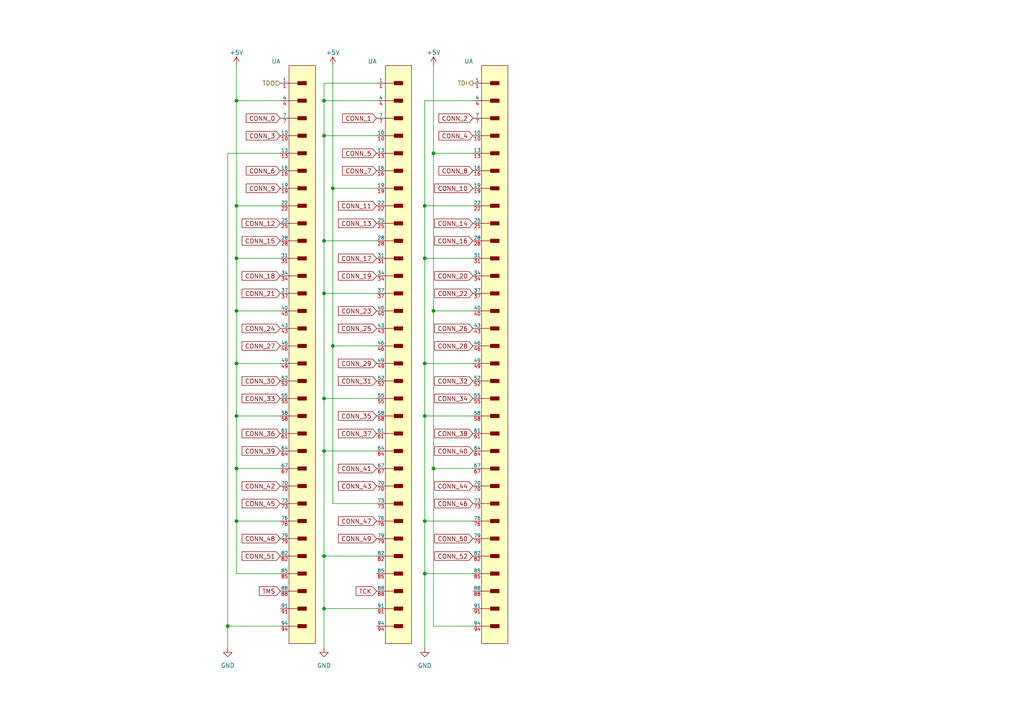
<source format=kicad_sch>
(kicad_sch (version 20220404) (generator eeschema)
  (paper "A4")
  (lib_symbols
    (symbol "09032967825:09032967825" (pin_names (offset 0))
      (property "Reference" "J" (at 0 7.62 0))
      (property "Value" "09032967825" (at 0 10.16 0))
      (symbol "09032967825_1_1"
        (rectangle (start -12.7 5.08) (end -5.08 -162.56) (fill (type background)))
        (rectangle (start -10.16 -156.972) (end -7.62 -157.988) (fill (type outline)))
        (rectangle (start -10.16 -151.892) (end -7.62 -152.908) (fill (type outline)))
        (rectangle (start -10.16 -146.812) (end -7.62 -147.828) (fill (type outline)))
        (rectangle (start -10.16 -141.732) (end -7.62 -142.748) (fill (type outline)))
        (rectangle (start -10.16 -136.652) (end -7.62 -137.668) (fill (type outline)))
        (rectangle (start -10.16 -131.572) (end -7.62 -132.588) (fill (type outline)))
        (rectangle (start -10.16 -126.492) (end -7.62 -127.508) (fill (type outline)))
        (rectangle (start -10.16 -121.412) (end -7.62 -122.428) (fill (type outline)))
        (rectangle (start -10.16 -116.332) (end -7.62 -117.348) (fill (type outline)))
        (rectangle (start -10.16 -111.252) (end -7.62 -112.268) (fill (type outline)))
        (rectangle (start -10.16 -106.172) (end -7.62 -107.188) (fill (type outline)))
        (rectangle (start -10.16 -101.092) (end -7.62 -102.108) (fill (type outline)))
        (rectangle (start -10.16 -96.012) (end -7.62 -97.028) (fill (type outline)))
        (rectangle (start -10.16 -90.932) (end -7.62 -91.948) (fill (type outline)))
        (rectangle (start -10.16 -85.852) (end -7.62 -86.868) (fill (type outline)))
        (rectangle (start -10.16 -80.772) (end -7.62 -81.788) (fill (type outline)))
        (rectangle (start -10.16 -75.692) (end -7.62 -76.708) (fill (type outline)))
        (rectangle (start -10.16 -70.612) (end -7.62 -71.628) (fill (type outline)))
        (rectangle (start -10.16 -65.532) (end -7.62 -66.548) (fill (type outline)))
        (rectangle (start -10.16 -60.452) (end -7.62 -61.468) (fill (type outline)))
        (rectangle (start -10.16 -55.372) (end -7.62 -56.388) (fill (type outline)))
        (rectangle (start -10.16 -50.292) (end -7.62 -51.308) (fill (type outline)))
        (rectangle (start -10.16 -45.212) (end -7.62 -46.228) (fill (type outline)))
        (rectangle (start -10.16 -40.132) (end -7.62 -41.148) (fill (type outline)))
        (rectangle (start -10.16 -35.052) (end -7.62 -36.068) (fill (type outline)))
        (rectangle (start -10.16 -29.972) (end -7.62 -30.988) (fill (type outline)))
        (rectangle (start -10.16 -24.892) (end -7.62 -25.908) (fill (type outline)))
        (rectangle (start -10.16 -19.812) (end -7.62 -20.828) (fill (type outline)))
        (rectangle (start -10.16 -14.732) (end -7.62 -15.748) (fill (type outline)))
        (rectangle (start -10.16 -9.652) (end -7.62 -10.668) (fill (type outline)))
        (rectangle (start -10.16 -4.572) (end -7.62 -5.588) (fill (type outline)))
        (rectangle (start -10.16 0.508) (end -7.62 -0.508) (fill (type outline)))
        (polyline (pts (xy -8.128 -157.48) (xy -5.08 -157.48)))
        (polyline (pts (xy -8.128 -152.4) (xy -5.08 -152.4)))
        (polyline (pts (xy -8.128 -147.32) (xy -5.08 -147.32)))
        (polyline (pts (xy -8.128 -142.24) (xy -5.08 -142.24)))
        (polyline (pts (xy -8.128 -137.16) (xy -5.08 -137.16)))
        (polyline (pts (xy -8.128 -132.08) (xy -5.08 -132.08)))
        (polyline (pts (xy -8.128 -127) (xy -5.08 -127)))
        (polyline (pts (xy -8.128 -121.92) (xy -5.08 -121.92)))
        (polyline (pts (xy -8.128 -116.84) (xy -5.08 -116.84)))
        (polyline (pts (xy -8.128 -111.76) (xy -5.08 -111.76)))
        (polyline (pts (xy -8.128 -106.68) (xy -5.08 -106.68)))
        (polyline (pts (xy -8.128 -101.6) (xy -5.08 -101.6)))
        (polyline (pts (xy -8.128 -96.52) (xy -5.08 -96.52)))
        (polyline (pts (xy -8.128 -91.44) (xy -5.08 -91.44)))
        (polyline (pts (xy -8.128 -86.36) (xy -5.08 -86.36)))
        (polyline (pts (xy -8.128 -81.28) (xy -5.08 -81.28)))
        (polyline (pts (xy -8.128 -76.2) (xy -5.08 -76.2)))
        (polyline (pts (xy -8.128 -71.12) (xy -5.08 -71.12)))
        (polyline (pts (xy -8.128 -66.04) (xy -5.08 -66.04)))
        (polyline (pts (xy -8.128 -60.96) (xy -5.08 -60.96)))
        (polyline (pts (xy -8.128 -55.88) (xy -5.08 -55.88)))
        (polyline (pts (xy -8.128 -50.8) (xy -5.08 -50.8)))
        (polyline (pts (xy -8.128 -45.72) (xy -5.08 -45.72)))
        (polyline (pts (xy -8.128 -40.64) (xy -5.08 -40.64)))
        (polyline (pts (xy -8.128 -35.56) (xy -5.08 -35.56)))
        (polyline (pts (xy -8.128 -30.48) (xy -5.08 -30.48)))
        (polyline (pts (xy -8.128 -25.4) (xy -5.08 -25.4)))
        (polyline (pts (xy -8.128 -20.32) (xy -5.08 -20.32)))
        (polyline (pts (xy -8.128 -15.24) (xy -5.08 -15.24)))
        (polyline (pts (xy -8.128 -10.16) (xy -5.08 -10.16)))
        (polyline (pts (xy -8.128 -5.08) (xy -5.08 -5.08)))
        (polyline (pts (xy -8.128 0) (xy -5.08 0)))
        (pin passive line (at -2.54 0 180) (length 2.54) (name "1") (number "1"))
        (pin passive line (at -2.54 -15.24 180) (length 2.54) (name "10") (number "10"))
        (pin passive line (at -2.54 -20.32 180) (length 2.54) (name "13") (number "13"))
        (pin passive line (at -2.54 -25.4 180) (length 2.54) (name "16") (number "16"))
        (pin passive line (at -2.54 -30.48 180) (length 2.54) (name "19") (number "19"))
        (pin passive line (at -2.54 -35.56 180) (length 2.54) (name "22") (number "22"))
        (pin passive line (at -2.54 -40.64 180) (length 2.54) (name "25") (number "25"))
        (pin passive line (at -2.54 -45.72 180) (length 2.54) (name "28") (number "28"))
        (pin passive line (at -2.54 -50.8 180) (length 2.54) (name "31") (number "31"))
        (pin passive line (at -2.54 -55.88 180) (length 2.54) (name "34") (number "34"))
        (pin passive line (at -2.54 -60.96 180) (length 2.54) (name "37") (number "37"))
        (pin passive line (at -2.54 -5.08 180) (length 2.54) (name "4") (number "4"))
        (pin passive line (at -2.54 -66.04 180) (length 2.54) (name "40") (number "40"))
        (pin passive line (at -2.54 -71.12 180) (length 2.54) (name "43") (number "43"))
        (pin passive line (at -2.54 -76.2 180) (length 2.54) (name "46") (number "46"))
        (pin passive line (at -2.54 -81.28 180) (length 2.54) (name "49") (number "49"))
        (pin passive line (at -2.54 -86.36 180) (length 2.54) (name "52") (number "52"))
        (pin passive line (at -2.54 -91.44 180) (length 2.54) (name "55") (number "55"))
        (pin passive line (at -2.54 -96.52 180) (length 2.54) (name "58") (number "58"))
        (pin passive line (at -2.54 -101.6 180) (length 2.54) (name "61") (number "61"))
        (pin passive line (at -2.54 -106.68 180) (length 2.54) (name "64") (number "64"))
        (pin passive line (at -2.54 -111.76 180) (length 2.54) (name "67") (number "67"))
        (pin passive line (at -2.54 -10.16 180) (length 2.54) (name "7") (number "7"))
        (pin passive line (at -2.54 -116.84 180) (length 2.54) (name "70") (number "70"))
        (pin passive line (at -2.54 -121.92 180) (length 2.54) (name "73") (number "73"))
        (pin passive line (at -2.54 -127 180) (length 2.54) (name "76") (number "76"))
        (pin passive line (at -2.54 -132.08 180) (length 2.54) (name "79") (number "79"))
        (pin passive line (at -2.54 -137.16 180) (length 2.54) (name "82") (number "82"))
        (pin passive line (at -2.54 -142.24 180) (length 2.54) (name "85") (number "85"))
        (pin passive line (at -2.54 -147.32 180) (length 2.54) (name "88") (number "88"))
        (pin passive line (at -2.54 -152.4 180) (length 2.54) (name "91") (number "91"))
        (pin passive line (at -2.54 -157.48 180) (length 2.54) (name "94") (number "94"))
      )
      (symbol "09032967825_2_1"
        (rectangle (start -12.7 5.08) (end -5.08 -162.56) (fill (type background)))
        (rectangle (start -10.16 -156.972) (end -7.62 -157.988) (fill (type outline)))
        (rectangle (start -10.16 -151.892) (end -7.62 -152.908) (fill (type outline)))
        (rectangle (start -10.16 -146.812) (end -7.62 -147.828) (fill (type outline)))
        (rectangle (start -10.16 -141.732) (end -7.62 -142.748) (fill (type outline)))
        (rectangle (start -10.16 -136.652) (end -7.62 -137.668) (fill (type outline)))
        (rectangle (start -10.16 -131.572) (end -7.62 -132.588) (fill (type outline)))
        (rectangle (start -10.16 -126.492) (end -7.62 -127.508) (fill (type outline)))
        (rectangle (start -10.16 -121.412) (end -7.62 -122.428) (fill (type outline)))
        (rectangle (start -10.16 -116.332) (end -7.62 -117.348) (fill (type outline)))
        (rectangle (start -10.16 -111.252) (end -7.62 -112.268) (fill (type outline)))
        (rectangle (start -10.16 -106.172) (end -7.62 -107.188) (fill (type outline)))
        (rectangle (start -10.16 -101.092) (end -7.62 -102.108) (fill (type outline)))
        (rectangle (start -10.16 -96.012) (end -7.62 -97.028) (fill (type outline)))
        (rectangle (start -10.16 -90.932) (end -7.62 -91.948) (fill (type outline)))
        (rectangle (start -10.16 -85.852) (end -7.62 -86.868) (fill (type outline)))
        (rectangle (start -10.16 -80.772) (end -7.62 -81.788) (fill (type outline)))
        (rectangle (start -10.16 -75.692) (end -7.62 -76.708) (fill (type outline)))
        (rectangle (start -10.16 -70.612) (end -7.62 -71.628) (fill (type outline)))
        (rectangle (start -10.16 -65.532) (end -7.62 -66.548) (fill (type outline)))
        (rectangle (start -10.16 -60.452) (end -7.62 -61.468) (fill (type outline)))
        (rectangle (start -10.16 -55.372) (end -7.62 -56.388) (fill (type outline)))
        (rectangle (start -10.16 -50.292) (end -7.62 -51.308) (fill (type outline)))
        (rectangle (start -10.16 -45.212) (end -7.62 -46.228) (fill (type outline)))
        (rectangle (start -10.16 -40.132) (end -7.62 -41.148) (fill (type outline)))
        (rectangle (start -10.16 -35.052) (end -7.62 -36.068) (fill (type outline)))
        (rectangle (start -10.16 -29.972) (end -7.62 -30.988) (fill (type outline)))
        (rectangle (start -10.16 -24.892) (end -7.62 -25.908) (fill (type outline)))
        (rectangle (start -10.16 -19.812) (end -7.62 -20.828) (fill (type outline)))
        (rectangle (start -10.16 -14.732) (end -7.62 -15.748) (fill (type outline)))
        (rectangle (start -10.16 -9.652) (end -7.62 -10.668) (fill (type outline)))
        (rectangle (start -10.16 -4.572) (end -7.62 -5.588) (fill (type outline)))
        (rectangle (start -10.16 0.508) (end -7.62 -0.508) (fill (type outline)))
        (polyline (pts (xy -8.128 -157.48) (xy -5.08 -157.48)))
        (polyline (pts (xy -8.128 -152.4) (xy -5.08 -152.4)))
        (polyline (pts (xy -8.128 -147.32) (xy -5.08 -147.32)))
        (polyline (pts (xy -8.128 -142.24) (xy -5.08 -142.24)))
        (polyline (pts (xy -8.128 -137.16) (xy -5.08 -137.16)))
        (polyline (pts (xy -8.128 -132.08) (xy -5.08 -132.08)))
        (polyline (pts (xy -8.128 -127) (xy -5.08 -127)))
        (polyline (pts (xy -8.128 -121.92) (xy -5.08 -121.92)))
        (polyline (pts (xy -8.128 -116.84) (xy -5.08 -116.84)))
        (polyline (pts (xy -8.128 -111.76) (xy -5.08 -111.76)))
        (polyline (pts (xy -8.128 -106.68) (xy -5.08 -106.68)))
        (polyline (pts (xy -8.128 -101.6) (xy -5.08 -101.6)))
        (polyline (pts (xy -8.128 -96.52) (xy -5.08 -96.52)))
        (polyline (pts (xy -8.128 -91.44) (xy -5.08 -91.44)))
        (polyline (pts (xy -8.128 -86.36) (xy -5.08 -86.36)))
        (polyline (pts (xy -8.128 -81.28) (xy -5.08 -81.28)))
        (polyline (pts (xy -8.128 -76.2) (xy -5.08 -76.2)))
        (polyline (pts (xy -8.128 -71.12) (xy -5.08 -71.12)))
        (polyline (pts (xy -8.128 -66.04) (xy -5.08 -66.04)))
        (polyline (pts (xy -8.128 -60.96) (xy -5.08 -60.96)))
        (polyline (pts (xy -8.128 -55.88) (xy -5.08 -55.88)))
        (polyline (pts (xy -8.128 -50.8) (xy -5.08 -50.8)))
        (polyline (pts (xy -8.128 -45.72) (xy -5.08 -45.72)))
        (polyline (pts (xy -8.128 -40.64) (xy -5.08 -40.64)))
        (polyline (pts (xy -8.128 -35.56) (xy -5.08 -35.56)))
        (polyline (pts (xy -8.128 -30.48) (xy -5.08 -30.48)))
        (polyline (pts (xy -8.128 -25.4) (xy -5.08 -25.4)))
        (polyline (pts (xy -8.128 -20.32) (xy -5.08 -20.32)))
        (polyline (pts (xy -8.128 -15.24) (xy -5.08 -15.24)))
        (polyline (pts (xy -8.128 -10.16) (xy -5.08 -10.16)))
        (polyline (pts (xy -8.128 -5.08) (xy -5.08 -5.08)))
        (polyline (pts (xy -8.128 0) (xy -5.08 0)))
        (pin passive line (at -2.54 -15.24 180) (length 2.54) (name "11") (number "11"))
        (pin passive line (at -2.54 -20.32 180) (length 2.54) (name "14") (number "14"))
        (pin passive line (at -2.54 -25.4 180) (length 2.54) (name "17") (number "17"))
        (pin passive line (at -2.54 0 180) (length 2.54) (name "2") (number "2"))
        (pin passive line (at -2.54 -30.48 180) (length 2.54) (name "20") (number "20"))
        (pin passive line (at -2.54 -35.56 180) (length 2.54) (name "23") (number "23"))
        (pin passive line (at -2.54 -40.64 180) (length 2.54) (name "26") (number "26"))
        (pin passive line (at -2.54 -45.72 180) (length 2.54) (name "29") (number "29"))
        (pin passive line (at -2.54 -50.8 180) (length 2.54) (name "32") (number "32"))
        (pin passive line (at -2.54 -55.88 180) (length 2.54) (name "35") (number "35"))
        (pin passive line (at -2.54 -60.96 180) (length 2.54) (name "38") (number "38"))
        (pin passive line (at -2.54 -66.04 180) (length 2.54) (name "41") (number "41"))
        (pin passive line (at -2.54 -71.12 180) (length 2.54) (name "44") (number "44"))
        (pin passive line (at -2.54 -76.2 180) (length 2.54) (name "47") (number "47"))
        (pin passive line (at -2.54 -5.08 180) (length 2.54) (name "5") (number "5"))
        (pin passive line (at -2.54 -81.28 180) (length 2.54) (name "50") (number "50"))
        (pin passive line (at -2.54 -86.36 180) (length 2.54) (name "53") (number "53"))
        (pin passive line (at -2.54 -91.44 180) (length 2.54) (name "56") (number "56"))
        (pin passive line (at -2.54 -96.52 180) (length 2.54) (name "59") (number "59"))
        (pin passive line (at -2.54 -101.6 180) (length 2.54) (name "62") (number "62"))
        (pin passive line (at -2.54 -106.68 180) (length 2.54) (name "65") (number "65"))
        (pin passive line (at -2.54 -111.76 180) (length 2.54) (name "68") (number "68"))
        (pin passive line (at -2.54 -116.84 180) (length 2.54) (name "71") (number "71"))
        (pin passive line (at -2.54 -121.92 180) (length 2.54) (name "74") (number "74"))
        (pin passive line (at -2.54 -127 180) (length 2.54) (name "77") (number "77"))
        (pin passive line (at -2.54 -10.16 180) (length 2.54) (name "8") (number "8"))
        (pin passive line (at -2.54 -132.08 180) (length 2.54) (name "80") (number "80"))
        (pin passive line (at -2.54 -137.16 180) (length 2.54) (name "83") (number "83"))
        (pin passive line (at -2.54 -142.24 180) (length 2.54) (name "86") (number "86"))
        (pin passive line (at -2.54 -147.32 180) (length 2.54) (name "89") (number "89"))
        (pin passive line (at -2.54 -152.4 180) (length 2.54) (name "92") (number "92"))
        (pin passive line (at -2.54 -157.48 180) (length 2.54) (name "95") (number "95"))
      )
      (symbol "09032967825_3_1"
        (rectangle (start -12.7 5.08) (end -5.08 -162.56) (fill (type background)))
        (rectangle (start -10.16 -156.972) (end -7.62 -157.988) (fill (type outline)))
        (rectangle (start -10.16 -151.892) (end -7.62 -152.908) (fill (type outline)))
        (rectangle (start -10.16 -146.812) (end -7.62 -147.828) (fill (type outline)))
        (rectangle (start -10.16 -141.732) (end -7.62 -142.748) (fill (type outline)))
        (rectangle (start -10.16 -136.652) (end -7.62 -137.668) (fill (type outline)))
        (rectangle (start -10.16 -131.572) (end -7.62 -132.588) (fill (type outline)))
        (rectangle (start -10.16 -126.492) (end -7.62 -127.508) (fill (type outline)))
        (rectangle (start -10.16 -121.412) (end -7.62 -122.428) (fill (type outline)))
        (rectangle (start -10.16 -116.332) (end -7.62 -117.348) (fill (type outline)))
        (rectangle (start -10.16 -111.252) (end -7.62 -112.268) (fill (type outline)))
        (rectangle (start -10.16 -106.172) (end -7.62 -107.188) (fill (type outline)))
        (rectangle (start -10.16 -101.092) (end -7.62 -102.108) (fill (type outline)))
        (rectangle (start -10.16 -96.012) (end -7.62 -97.028) (fill (type outline)))
        (rectangle (start -10.16 -90.932) (end -7.62 -91.948) (fill (type outline)))
        (rectangle (start -10.16 -85.852) (end -7.62 -86.868) (fill (type outline)))
        (rectangle (start -10.16 -80.772) (end -7.62 -81.788) (fill (type outline)))
        (rectangle (start -10.16 -75.692) (end -7.62 -76.708) (fill (type outline)))
        (rectangle (start -10.16 -70.612) (end -7.62 -71.628) (fill (type outline)))
        (rectangle (start -10.16 -65.532) (end -7.62 -66.548) (fill (type outline)))
        (rectangle (start -10.16 -60.452) (end -7.62 -61.468) (fill (type outline)))
        (rectangle (start -10.16 -55.372) (end -7.62 -56.388) (fill (type outline)))
        (rectangle (start -10.16 -50.292) (end -7.62 -51.308) (fill (type outline)))
        (rectangle (start -10.16 -45.212) (end -7.62 -46.228) (fill (type outline)))
        (rectangle (start -10.16 -40.132) (end -7.62 -41.148) (fill (type outline)))
        (rectangle (start -10.16 -35.052) (end -7.62 -36.068) (fill (type outline)))
        (rectangle (start -10.16 -29.972) (end -7.62 -30.988) (fill (type outline)))
        (rectangle (start -10.16 -24.892) (end -7.62 -25.908) (fill (type outline)))
        (rectangle (start -10.16 -19.812) (end -7.62 -20.828) (fill (type outline)))
        (rectangle (start -10.16 -14.732) (end -7.62 -15.748) (fill (type outline)))
        (rectangle (start -10.16 -9.652) (end -7.62 -10.668) (fill (type outline)))
        (rectangle (start -10.16 -4.572) (end -7.62 -5.588) (fill (type outline)))
        (rectangle (start -10.16 0.508) (end -7.62 -0.508) (fill (type outline)))
        (polyline (pts (xy -8.128 -157.48) (xy -5.08 -157.48)))
        (polyline (pts (xy -8.128 -152.4) (xy -5.08 -152.4)))
        (polyline (pts (xy -8.128 -147.32) (xy -5.08 -147.32)))
        (polyline (pts (xy -8.128 -142.24) (xy -5.08 -142.24)))
        (polyline (pts (xy -8.128 -137.16) (xy -5.08 -137.16)))
        (polyline (pts (xy -8.128 -132.08) (xy -5.08 -132.08)))
        (polyline (pts (xy -8.128 -127) (xy -5.08 -127)))
        (polyline (pts (xy -8.128 -121.92) (xy -5.08 -121.92)))
        (polyline (pts (xy -8.128 -116.84) (xy -5.08 -116.84)))
        (polyline (pts (xy -8.128 -111.76) (xy -5.08 -111.76)))
        (polyline (pts (xy -8.128 -106.68) (xy -5.08 -106.68)))
        (polyline (pts (xy -8.128 -101.6) (xy -5.08 -101.6)))
        (polyline (pts (xy -8.128 -96.52) (xy -5.08 -96.52)))
        (polyline (pts (xy -8.128 -91.44) (xy -5.08 -91.44)))
        (polyline (pts (xy -8.128 -86.36) (xy -5.08 -86.36)))
        (polyline (pts (xy -8.128 -81.28) (xy -5.08 -81.28)))
        (polyline (pts (xy -8.128 -76.2) (xy -5.08 -76.2)))
        (polyline (pts (xy -8.128 -71.12) (xy -5.08 -71.12)))
        (polyline (pts (xy -8.128 -66.04) (xy -5.08 -66.04)))
        (polyline (pts (xy -8.128 -60.96) (xy -5.08 -60.96)))
        (polyline (pts (xy -8.128 -55.88) (xy -5.08 -55.88)))
        (polyline (pts (xy -8.128 -50.8) (xy -5.08 -50.8)))
        (polyline (pts (xy -8.128 -45.72) (xy -5.08 -45.72)))
        (polyline (pts (xy -8.128 -40.64) (xy -5.08 -40.64)))
        (polyline (pts (xy -8.128 -35.56) (xy -5.08 -35.56)))
        (polyline (pts (xy -8.128 -30.48) (xy -5.08 -30.48)))
        (polyline (pts (xy -8.128 -25.4) (xy -5.08 -25.4)))
        (polyline (pts (xy -8.128 -20.32) (xy -5.08 -20.32)))
        (polyline (pts (xy -8.128 -15.24) (xy -5.08 -15.24)))
        (polyline (pts (xy -8.128 -10.16) (xy -5.08 -10.16)))
        (polyline (pts (xy -8.128 -5.08) (xy -5.08 -5.08)))
        (polyline (pts (xy -8.128 0) (xy -5.08 0)))
        (pin passive line (at -2.54 -15.24 180) (length 2.54) (name "12") (number "12"))
        (pin passive line (at -2.54 -20.32 180) (length 2.54) (name "15") (number "15"))
        (pin passive line (at -2.54 -25.4 180) (length 2.54) (name "18") (number "18"))
        (pin passive line (at -2.54 -30.48 180) (length 2.54) (name "21") (number "21"))
        (pin passive line (at -2.54 -35.56 180) (length 2.54) (name "24") (number "24"))
        (pin passive line (at -2.54 -40.64 180) (length 2.54) (name "27") (number "27"))
        (pin passive line (at -2.54 0 180) (length 2.54) (name "3") (number "3"))
        (pin passive line (at -2.54 -45.72 180) (length 2.54) (name "30") (number "30"))
        (pin passive line (at -2.54 -50.8 180) (length 2.54) (name "33") (number "33"))
        (pin passive line (at -2.54 -55.88 180) (length 2.54) (name "36") (number "36"))
        (pin passive line (at -2.54 -60.96 180) (length 2.54) (name "39") (number "39"))
        (pin passive line (at -2.54 -66.04 180) (length 2.54) (name "42") (number "42"))
        (pin passive line (at -2.54 -71.12 180) (length 2.54) (name "45") (number "45"))
        (pin passive line (at -2.54 -76.2 180) (length 2.54) (name "48") (number "48"))
        (pin passive line (at -2.54 -81.28 180) (length 2.54) (name "51") (number "51"))
        (pin passive line (at -2.54 -86.36 180) (length 2.54) (name "54") (number "54"))
        (pin passive line (at -2.54 -91.44 180) (length 2.54) (name "57") (number "57"))
        (pin passive line (at -2.54 -5.08 180) (length 2.54) (name "6") (number "6"))
        (pin passive line (at -2.54 -96.52 180) (length 2.54) (name "60") (number "60"))
        (pin passive line (at -2.54 -101.6 180) (length 2.54) (name "63") (number "63"))
        (pin passive line (at -2.54 -106.68 180) (length 2.54) (name "66") (number "66"))
        (pin passive line (at -2.54 -111.76 180) (length 2.54) (name "69") (number "69"))
        (pin passive line (at -2.54 -116.84 180) (length 2.54) (name "72") (number "72"))
        (pin passive line (at -2.54 -121.92 180) (length 2.54) (name "75") (number "75"))
        (pin passive line (at -2.54 -127 180) (length 2.54) (name "78") (number "78"))
        (pin passive line (at -2.54 -132.08 180) (length 2.54) (name "81") (number "81"))
        (pin passive line (at -2.54 -137.16 180) (length 2.54) (name "84") (number "84"))
        (pin passive line (at -2.54 -142.24 180) (length 2.54) (name "87") (number "87"))
        (pin passive line (at -2.54 -10.16 180) (length 2.54) (name "9") (number "9"))
        (pin passive line (at -2.54 -147.32 180) (length 2.54) (name "90") (number "90"))
        (pin passive line (at -2.54 -152.4 180) (length 2.54) (name "93") (number "93"))
        (pin passive line (at -2.54 -157.48 180) (length 2.54) (name "96") (number "96"))
      )
    )
    (symbol "power:+5V" (power) (pin_names (offset 0))
      (property "Value" "+5V" (at 0 3.556 0))
      (symbol "+5V_0_1"
        (polyline (pts (xy -0.762 1.27) (xy 0 2.54)))
        (polyline (pts (xy 0 0) (xy 0 2.54)))
        (polyline (pts (xy 0 2.54) (xy 0.762 1.27)))
      )
      (symbol "+5V_1_1"
        (pin power_in line (at 0 0 90) (length 0) hide (name "+5V") (number "1"))
      )
    )
    (symbol "power:GND" (power) (pin_names (offset 0))
      (property "Value" "GND" (at 0 -3.81 0))
      (symbol "GND_0_1"
        (polyline (pts (xy 0 0) (xy 0 -1.27) (xy 1.27 -1.27) (xy 0 -2.54) (xy -1.27 -1.27) (xy 0 -1.27)))
      )
      (symbol "GND_1_1"
        (pin power_in line (at 0 0 270) (length 0) hide (name "GND") (number "1"))
      )
    )
  )
  (junction (at 68.58 105.41))
  (junction (at 123.19 166.37))
  (junction (at 68.58 135.89))
  (junction (at 125.73 44.45))
  (junction (at 96.52 100.33))
  (junction (at 68.58 29.21))
  (junction (at 93.98 176.53))
  (junction (at 68.58 90.17))
  (junction (at 68.58 74.93))
  (junction (at 123.19 59.69))
  (junction (at 68.58 59.69))
  (junction (at 66.04 181.61))
  (junction (at 93.98 130.81))
  (junction (at 123.19 120.65))
  (junction (at 93.98 161.29))
  (junction (at 123.19 151.13))
  (junction (at 68.58 151.13))
  (junction (at 93.98 39.37))
  (junction (at 93.98 85.09))
  (junction (at 93.98 115.57))
  (junction (at 68.58 120.65))
  (junction (at 123.19 105.41))
  (junction (at 93.98 69.85))
  (junction (at 93.98 29.21))
  (junction (at 125.73 135.89))
  (junction (at 123.19 74.93))
  (junction (at 125.73 90.17))
  (junction (at 96.52 54.61))
  (wire (pts (xy 93.98 29.21) (xy 109.22 29.21)))
  (wire (pts (xy 68.58 29.21) (xy 81.28 29.21)))
  (wire (pts (xy 66.04 187.96) (xy 66.04 181.61)))
  (wire (pts (xy 68.58 120.65) (xy 81.28 120.65)))
  (wire (pts (xy 125.73 19.05) (xy 125.73 44.45)))
  (wire (pts (xy 93.98 39.37) (xy 109.22 39.37)))
  (wire (pts (xy 123.19 151.13) (xy 123.19 120.65)))
  (wire (pts (xy 93.98 69.85) (xy 109.22 69.85)))
  (wire (pts (xy 93.98 85.09) (xy 93.98 69.85)))
  (wire (pts (xy 66.04 44.45) (xy 66.04 181.61)))
  (wire (pts (xy 66.04 44.45) (xy 81.28 44.45)))
  (wire (pts (xy 123.19 120.65) (xy 137.16 120.65)))
  (wire (pts (xy 123.19 29.21) (xy 137.16 29.21)))
  (wire (pts (xy 93.98 29.21) (xy 93.98 24.13)))
  (wire (pts (xy 123.19 166.37) (xy 137.16 166.37)))
  (wire (pts (xy 123.19 74.93) (xy 123.19 59.69)))
  (wire (pts (xy 123.19 59.69) (xy 137.16 59.69)))
  (wire (pts (xy 68.58 151.13) (xy 68.58 166.37)))
  (wire (pts (xy 93.98 176.53) (xy 93.98 161.29)))
  (wire (pts (xy 125.73 44.45) (xy 125.73 90.17)))
  (wire (pts (xy 123.19 74.93) (xy 137.16 74.93)))
  (wire (pts (xy 68.58 151.13) (xy 81.28 151.13)))
  (wire (pts (xy 68.58 90.17) (xy 68.58 105.41)))
  (wire (pts (xy 96.52 100.33) (xy 109.22 100.33)))
  (wire (pts (xy 93.98 85.09) (xy 109.22 85.09)))
  (wire (pts (xy 93.98 161.29) (xy 109.22 161.29)))
  (wire (pts (xy 93.98 130.81) (xy 109.22 130.81)))
  (wire (pts (xy 123.19 105.41) (xy 137.16 105.41)))
  (wire (pts (xy 66.04 181.61) (xy 81.28 181.61)))
  (wire (pts (xy 93.98 24.13) (xy 109.22 24.13)))
  (wire (pts (xy 68.58 74.93) (xy 68.58 90.17)))
  (wire (pts (xy 125.73 135.89) (xy 137.16 135.89)))
  (wire (pts (xy 93.98 115.57) (xy 109.22 115.57)))
  (wire (pts (xy 96.52 146.05) (xy 109.22 146.05)))
  (wire (pts (xy 93.98 39.37) (xy 93.98 29.21)))
  (wire (pts (xy 125.73 44.45) (xy 137.16 44.45)))
  (wire (pts (xy 123.19 187.96) (xy 123.19 166.37)))
  (wire (pts (xy 68.58 29.21) (xy 68.58 59.69)))
  (wire (pts (xy 93.98 130.81) (xy 93.98 115.57)))
  (wire (pts (xy 123.19 59.69) (xy 123.19 29.21)))
  (wire (pts (xy 68.58 59.69) (xy 68.58 74.93)))
  (wire (pts (xy 68.58 166.37) (xy 81.28 166.37)))
  (wire (pts (xy 125.73 90.17) (xy 125.73 135.89)))
  (wire (pts (xy 96.52 54.61) (xy 109.22 54.61)))
  (wire (pts (xy 68.58 105.41) (xy 81.28 105.41)))
  (wire (pts (xy 123.19 120.65) (xy 123.19 105.41)))
  (wire (pts (xy 68.58 105.41) (xy 68.58 120.65)))
  (wire (pts (xy 68.58 90.17) (xy 81.28 90.17)))
  (wire (pts (xy 68.58 120.65) (xy 68.58 135.89)))
  (wire (pts (xy 96.52 19.05) (xy 96.52 54.61)))
  (wire (pts (xy 93.98 161.29) (xy 93.98 130.81)))
  (wire (pts (xy 68.58 135.89) (xy 68.58 151.13)))
  (wire (pts (xy 68.58 74.93) (xy 81.28 74.93)))
  (wire (pts (xy 93.98 187.96) (xy 93.98 176.53)))
  (wire (pts (xy 93.98 176.53) (xy 109.22 176.53)))
  (wire (pts (xy 125.73 135.89) (xy 125.73 181.61)))
  (wire (pts (xy 93.98 69.85) (xy 93.98 39.37)))
  (wire (pts (xy 125.73 181.61) (xy 137.16 181.61)))
  (wire (pts (xy 68.58 19.05) (xy 68.58 29.21)))
  (wire (pts (xy 96.52 54.61) (xy 96.52 100.33)))
  (wire (pts (xy 123.19 105.41) (xy 123.19 74.93)))
  (wire (pts (xy 123.19 151.13) (xy 137.16 151.13)))
  (wire (pts (xy 68.58 135.89) (xy 81.28 135.89)))
  (wire (pts (xy 68.58 59.69) (xy 81.28 59.69)))
  (wire (pts (xy 123.19 166.37) (xy 123.19 151.13)))
  (wire (pts (xy 96.52 100.33) (xy 96.52 146.05)))
  (wire (pts (xy 93.98 115.57) (xy 93.98 85.09)))
  (wire (pts (xy 125.73 90.17) (xy 137.16 90.17)))
  (global_label "CONN_34" (shape input) (at 137.16 115.57 180) (property "Intersheetrefs" "${INTERSHEET_REFS}" (effects hide)))
  (global_label "CONN_40" (shape input) (at 137.16 130.81 180) (property "Intersheetrefs" "${INTERSHEET_REFS}" (effects hide)))
  (global_label "TCK" (shape input) (at 109.22 171.45 180) (property "Intersheetrefs" "${INTERSHEET_REFS}" (effects hide)))
  (global_label "CONN_15" (shape input) (at 81.28 69.85 180) (property "Intersheetrefs" "${INTERSHEET_REFS}" (effects hide)))
  (global_label "CONN_1" (shape input) (at 109.22 34.29 180) (property "Intersheetrefs" "${INTERSHEET_REFS}" (effects hide)))
  (global_label "CONN_33" (shape input) (at 81.28 115.57 180) (property "Intersheetrefs" "${INTERSHEET_REFS}" (effects hide)))
  (global_label "CONN_24" (shape input) (at 81.28 95.25 180) (property "Intersheetrefs" "${INTERSHEET_REFS}" (effects hide)))
  (global_label "CONN_13" (shape input) (at 109.22 64.77 180) (property "Intersheetrefs" "${INTERSHEET_REFS}" (effects hide)))
  (global_label "CONN_43" (shape input) (at 109.22 140.97 180) (property "Intersheetrefs" "${INTERSHEET_REFS}" (effects hide)))
  (global_label "CONN_47" (shape input) (at 109.22 151.13 180) (property "Intersheetrefs" "${INTERSHEET_REFS}" (effects hide)))
  (global_label "CONN_52" (shape input) (at 137.16 161.29 180) (property "Intersheetrefs" "${INTERSHEET_REFS}" (effects hide)))
  (global_label "CONN_44" (shape input) (at 137.16 140.97 180) (property "Intersheetrefs" "${INTERSHEET_REFS}" (effects hide)))
  (global_label "CONN_29" (shape input) (at 109.22 105.41 180) (property "Intersheetrefs" "${INTERSHEET_REFS}" (effects hide)))
  (global_label "CONN_30" (shape input) (at 81.28 110.49 180) (property "Intersheetrefs" "${INTERSHEET_REFS}" (effects hide)))
  (global_label "CONN_50" (shape input) (at 137.16 156.21 180) (property "Intersheetrefs" "${INTERSHEET_REFS}" (effects hide)))
  (global_label "CONN_25" (shape input) (at 109.22 95.25 180) (property "Intersheetrefs" "${INTERSHEET_REFS}" (effects hide)))
  (global_label "CONN_28" (shape input) (at 137.16 100.33 180) (property "Intersheetrefs" "${INTERSHEET_REFS}" (effects hide)))
  (global_label "CONN_7" (shape input) (at 109.22 49.53 180) (property "Intersheetrefs" "${INTERSHEET_REFS}" (effects hide)))
  (global_label "CONN_45" (shape input) (at 81.28 146.05 180) (property "Intersheetrefs" "${INTERSHEET_REFS}" (effects hide)))
  (global_label "CONN_49" (shape input) (at 109.22 156.21 180) (property "Intersheetrefs" "${INTERSHEET_REFS}" (effects hide)))
  (global_label "CONN_19" (shape input) (at 109.22 80.01 180) (property "Intersheetrefs" "${INTERSHEET_REFS}" (effects hide)))
  (global_label "TMS" (shape input) (at 81.28 171.45 180) (property "Intersheetrefs" "${INTERSHEET_REFS}" (effects hide)))
  (global_label "CONN_21" (shape input) (at 81.28 85.09 180) (property "Intersheetrefs" "${INTERSHEET_REFS}" (effects hide)))
  (global_label "CONN_38" (shape input) (at 137.16 125.73 180) (property "Intersheetrefs" "${INTERSHEET_REFS}" (effects hide)))
  (global_label "CONN_48" (shape input) (at 81.28 156.21 180) (property "Intersheetrefs" "${INTERSHEET_REFS}" (effects hide)))
  (global_label "CONN_46" (shape input) (at 137.16 146.05 180) (property "Intersheetrefs" "${INTERSHEET_REFS}" (effects hide)))
  (global_label "CONN_20" (shape input) (at 137.16 80.01 180) (property "Intersheetrefs" "${INTERSHEET_REFS}" (effects hide)))
  (global_label "CONN_9" (shape input) (at 81.28 54.61 180) (property "Intersheetrefs" "${INTERSHEET_REFS}" (effects hide)))
  (global_label "CONN_6" (shape input) (at 81.28 49.53 180) (property "Intersheetrefs" "${INTERSHEET_REFS}" (effects hide)))
  (global_label "CONN_2" (shape input) (at 137.16 34.29 180) (property "Intersheetrefs" "${INTERSHEET_REFS}" (effects hide)))
  (global_label "CONN_36" (shape input) (at 81.28 125.73 180) (property "Intersheetrefs" "${INTERSHEET_REFS}" (effects hide)))
  (global_label "CONN_41" (shape input) (at 109.22 135.89 180) (property "Intersheetrefs" "${INTERSHEET_REFS}" (effects hide)))
  (global_label "CONN_5" (shape input) (at 109.22 44.45 180) (property "Intersheetrefs" "${INTERSHEET_REFS}" (effects hide)))
  (global_label "CONN_22" (shape input) (at 137.16 85.09 180) (property "Intersheetrefs" "${INTERSHEET_REFS}" (effects hide)))
  (global_label "CONN_14" (shape input) (at 137.16 64.77 180) (property "Intersheetrefs" "${INTERSHEET_REFS}" (effects hide)))
  (global_label "CONN_37" (shape input) (at 109.22 125.73 180) (property "Intersheetrefs" "${INTERSHEET_REFS}" (effects hide)))
  (global_label "CONN_32" (shape input) (at 137.16 110.49 180) (property "Intersheetrefs" "${INTERSHEET_REFS}" (effects hide)))
  (global_label "CONN_23" (shape input) (at 109.22 90.17 180) (property "Intersheetrefs" "${INTERSHEET_REFS}" (effects hide)))
  (global_label "CONN_17" (shape input) (at 109.22 74.93 180) (property "Intersheetrefs" "${INTERSHEET_REFS}" (effects hide)))
  (global_label "CONN_3" (shape input) (at 81.28 39.37 180) (property "Intersheetrefs" "${INTERSHEET_REFS}" (effects hide)))
  (global_label "CONN_18" (shape input) (at 81.28 80.01 180) (property "Intersheetrefs" "${INTERSHEET_REFS}" (effects hide)))
  (global_label "CONN_8" (shape input) (at 137.16 49.53 180) (property "Intersheetrefs" "${INTERSHEET_REFS}" (effects hide)))
  (global_label "CONN_12" (shape input) (at 81.28 64.77 180) (property "Intersheetrefs" "${INTERSHEET_REFS}" (effects hide)))
  (global_label "CONN_51" (shape input) (at 81.28 161.29 180) (property "Intersheetrefs" "${INTERSHEET_REFS}" (effects hide)))
  (global_label "CONN_11" (shape input) (at 109.22 59.69 180) (property "Intersheetrefs" "${INTERSHEET_REFS}" (effects hide)))
  (global_label "CONN_26" (shape input) (at 137.16 95.25 180) (property "Intersheetrefs" "${INTERSHEET_REFS}" (effects hide)))
  (global_label "CONN_4" (shape input) (at 137.16 39.37 180) (property "Intersheetrefs" "${INTERSHEET_REFS}" (effects hide)))
  (global_label "CONN_39" (shape input) (at 81.28 130.81 180) (property "Intersheetrefs" "${INTERSHEET_REFS}" (effects hide)))
  (global_label "CONN_42" (shape input) (at 81.28 140.97 180) (property "Intersheetrefs" "${INTERSHEET_REFS}" (effects hide)))
  (global_label "CONN_10" (shape input) (at 137.16 54.61 180) (property "Intersheetrefs" "${INTERSHEET_REFS}" (effects hide)))
  (global_label "CONN_35" (shape input) (at 109.22 120.65 180) (property "Intersheetrefs" "${INTERSHEET_REFS}" (effects hide)))
  (global_label "CONN_31" (shape input) (at 109.22 110.49 180) (property "Intersheetrefs" "${INTERSHEET_REFS}" (effects hide)))
  (global_label "CONN_16" (shape input) (at 137.16 69.85 180) (property "Intersheetrefs" "${INTERSHEET_REFS}" (effects hide)))
  (global_label "CONN_0" (shape input) (at 81.28 34.29 180) (property "Intersheetrefs" "${INTERSHEET_REFS}" (effects hide)))
  (global_label "CONN_27" (shape input) (at 81.28 100.33 180) (property "Intersheetrefs" "${INTERSHEET_REFS}" (effects hide)))
  (hierarchical_label "TDO" (shape input) (at 81.28 24.13 180))
  (hierarchical_label "TDI" (shape output) (at 137.16 24.13 180))
  (symbol (lib_id "09032967825:09032967825") (at 134.62 24.13 0) (mirror y) (unit 1)
    (default_instance (reference "U") (unit 1) (value "") (footprint ""))
    (property "Reference" "U" (at 134.62 17.78 0) (effects (justify right)))
    (property "Datasheet" "https://b2b.harting.com/files/download/PRD/PDF_DS/09031200203_100580339DRW000B.pdf" (effects hide))
    (property "category" "Conn" (effects hide))
    (property "contact material" "Gold,Tin" (effects hide))
    (property "current rating" "2A" (effects hide))
    (property "device class L1" "Connectors" (effects hide))
    (property "device class L2" "Headers and Wire Housings" (effects hide))
    (property "device class L3" "unset" (effects hide))
    (property "digikey description" "DIN-SIGNAL C096MS-3,0C1-2" (effects hide))
    (property "digikey part number" "1195-1155-ND" (effects hide))
    (property "footprint url" "https://b2b.harting.com/files/download/PRD/PDF_TS/0903196X921_100072506DRW318C.pdf" (effects hide))
    (property "height" "11mm" (effects hide))
    (property "is connector" "yes" (effects hide))
    (property "is male" "yes" (effects hide))
    (property "lead free" "yes" (effects hide))
    (property "library id" "da8e1b99bd9ebd5c" (effects hide))
    (property "manufacturer" "Harting" (effects hide))
    (property "mouser part number" "617-09-03-196-6921" (effects hide))
    (property "number of contacts" "96" (effects hide))
    (property "number of rows" "3" (effects hide))
    (property "package" "HDR96" (effects hide))
    (property "rohs" "yes" (effects hide))
    (property "temperature range high" "+125°C" (effects hide))
    (property "temperature range low" "-55°C" (effects hide))
  )
  (symbol (lib_id "09032967825:09032967825") (at 78.74 24.13 0) (mirror y) (unit 1)
    (default_instance (reference "U") (unit 1) (value "") (footprint ""))
    (property "Reference" "U" (at 78.74 17.78 0) (effects (justify right)))
    (property "Datasheet" "https://b2b.harting.com/files/download/PRD/PDF_DS/09031200203_100580339DRW000B.pdf" (effects hide))
    (property "category" "Conn" (effects hide))
    (property "contact material" "Gold,Tin" (effects hide))
    (property "current rating" "2A" (effects hide))
    (property "device class L1" "Connectors" (effects hide))
    (property "device class L2" "Headers and Wire Housings" (effects hide))
    (property "device class L3" "unset" (effects hide))
    (property "digikey description" "DIN-SIGNAL C096MS-3,0C1-2" (effects hide))
    (property "digikey part number" "1195-1155-ND" (effects hide))
    (property "footprint url" "https://b2b.harting.com/files/download/PRD/PDF_TS/0903196X921_100072506DRW318C.pdf" (effects hide))
    (property "height" "11mm" (effects hide))
    (property "is connector" "yes" (effects hide))
    (property "is male" "yes" (effects hide))
    (property "lead free" "yes" (effects hide))
    (property "library id" "da8e1b99bd9ebd5c" (effects hide))
    (property "manufacturer" "Harting" (effects hide))
    (property "mouser part number" "617-09-03-196-6921" (effects hide))
    (property "number of contacts" "96" (effects hide))
    (property "number of rows" "3" (effects hide))
    (property "package" "HDR96" (effects hide))
    (property "rohs" "yes" (effects hide))
    (property "temperature range high" "+125°C" (effects hide))
    (property "temperature range low" "-55°C" (effects hide))
  )
  (symbol (lib_id "power:+5V") (at 125.73 19.05 0) (unit 1)
    (default_instance (reference "#PWR") (unit 1) (value "+5V") (footprint ""))
    (property "Reference" "#PWR" (effects hide))
    (property "Value" "+5V" (at 125.73 15.24 0))
  )
  (symbol (lib_id "09032967825:09032967825") (at 106.68 24.13 0) (mirror y) (unit 1)
    (default_instance (reference "U") (unit 1) (value "") (footprint ""))
    (property "Reference" "U" (at 106.68 17.78 0) (effects (justify right)))
    (property "Datasheet" "https://b2b.harting.com/files/download/PRD/PDF_DS/09031200203_100580339DRW000B.pdf" (effects hide))
    (property "category" "Conn" (effects hide))
    (property "contact material" "Gold,Tin" (effects hide))
    (property "current rating" "2A" (effects hide))
    (property "device class L1" "Connectors" (effects hide))
    (property "device class L2" "Headers and Wire Housings" (effects hide))
    (property "device class L3" "unset" (effects hide))
    (property "digikey description" "DIN-SIGNAL C096MS-3,0C1-2" (effects hide))
    (property "digikey part number" "1195-1155-ND" (effects hide))
    (property "footprint url" "https://b2b.harting.com/files/download/PRD/PDF_TS/0903196X921_100072506DRW318C.pdf" (effects hide))
    (property "height" "11mm" (effects hide))
    (property "is connector" "yes" (effects hide))
    (property "is male" "yes" (effects hide))
    (property "lead free" "yes" (effects hide))
    (property "library id" "da8e1b99bd9ebd5c" (effects hide))
    (property "manufacturer" "Harting" (effects hide))
    (property "mouser part number" "617-09-03-196-6921" (effects hide))
    (property "number of contacts" "96" (effects hide))
    (property "number of rows" "3" (effects hide))
    (property "package" "HDR96" (effects hide))
    (property "rohs" "yes" (effects hide))
    (property "temperature range high" "+125°C" (effects hide))
    (property "temperature range low" "-55°C" (effects hide))
  )
  (symbol (lib_id "power:GND") (at 93.98 187.96 0) (unit 1)
    (default_instance (reference "#PWR") (unit 1) (value "GND") (footprint ""))
    (property "Reference" "#PWR" (effects hide))
    (property "Value" "GND" (at 93.98 193.04 0))
  )
  (symbol (lib_id "power:+5V") (at 68.58 19.05 0) (unit 1)
    (default_instance (reference "#PWR") (unit 1) (value "+5V") (footprint ""))
    (property "Reference" "#PWR" (effects hide))
    (property "Value" "+5V" (at 68.58 15.24 0))
  )
  (symbol (lib_id "power:+5V") (at 96.52 19.05 0) (unit 1)
    (default_instance (reference "#PWR") (unit 1) (value "+5V") (footprint ""))
    (property "Reference" "#PWR" (effects hide))
    (property "Value" "+5V" (at 96.52 15.24 0))
  )
  (symbol (lib_id "power:GND") (at 123.19 187.96 0) (unit 1)
    (default_instance (reference "#PWR") (unit 1) (value "GND") (footprint ""))
    (property "Reference" "#PWR" (effects hide))
    (property "Value" "GND" (at 123.19 193.04 0))
  )
  (symbol (lib_id "power:GND") (at 66.04 187.96 0) (unit 1)
    (default_instance (reference "#PWR") (unit 1) (value "GND") (footprint ""))
    (property "Reference" "#PWR" (effects hide))
    (property "Value" "GND" (at 66.04 193.04 0))
  )
)
</source>
